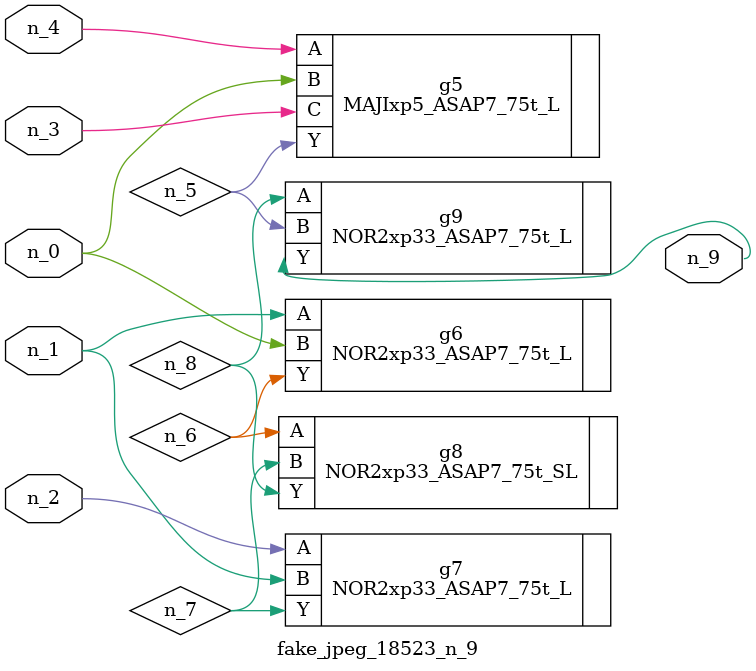
<source format=v>
module fake_jpeg_18523_n_9 (n_3, n_2, n_1, n_0, n_4, n_9);

input n_3;
input n_2;
input n_1;
input n_0;
input n_4;

output n_9;

wire n_8;
wire n_6;
wire n_5;
wire n_7;

MAJIxp5_ASAP7_75t_L g5 ( 
.A(n_4),
.B(n_0),
.C(n_3),
.Y(n_5)
);

NOR2xp33_ASAP7_75t_L g6 ( 
.A(n_1),
.B(n_0),
.Y(n_6)
);

NOR2xp33_ASAP7_75t_L g7 ( 
.A(n_2),
.B(n_1),
.Y(n_7)
);

NOR2xp33_ASAP7_75t_SL g8 ( 
.A(n_6),
.B(n_7),
.Y(n_8)
);

NOR2xp33_ASAP7_75t_L g9 ( 
.A(n_8),
.B(n_5),
.Y(n_9)
);


endmodule
</source>
